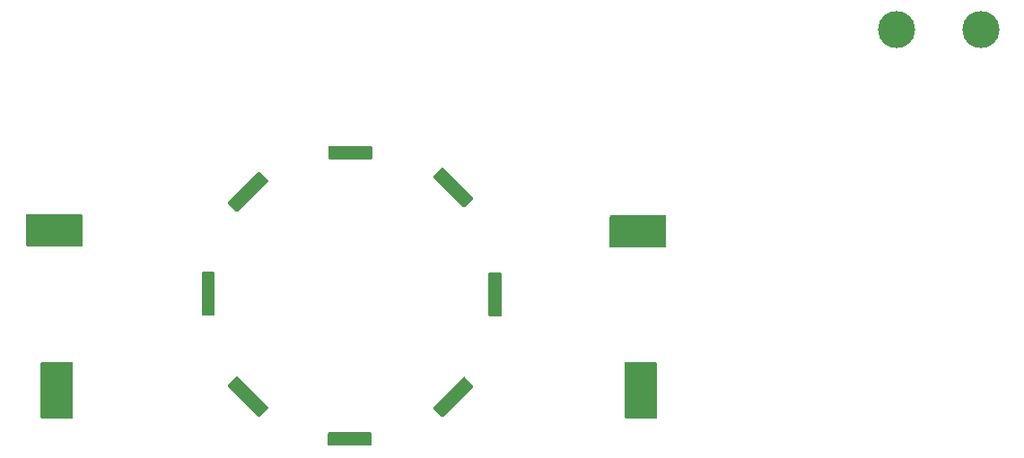
<source format=gbs>
G04 #@! TF.GenerationSoftware,KiCad,Pcbnew,(5.99.0-11497-g0fb864d596)*
G04 #@! TF.CreationDate,2021-08-10T19:57:59-04:00*
G04 #@! TF.ProjectId,K40-LED_PCB,4b34302d-4c45-4445-9f50-43422e6b6963,rev?*
G04 #@! TF.SameCoordinates,Original*
G04 #@! TF.FileFunction,Soldermask,Bot*
G04 #@! TF.FilePolarity,Negative*
%FSLAX46Y46*%
G04 Gerber Fmt 4.6, Leading zero omitted, Abs format (unit mm)*
G04 Created by KiCad (PCBNEW (5.99.0-11497-g0fb864d596)) date 2021-08-10 19:57:59*
%MOMM*%
%LPD*%
G01*
G04 APERTURE LIST*
%ADD10C,0.400000*%
%ADD11C,3.500000*%
%ADD12C,0.300000*%
G04 APERTURE END LIST*
D10*
X90928200Y-136020366D03*
X91528200Y-136020366D03*
X89728200Y-135320866D03*
X90328200Y-136020366D03*
X89128200Y-136020366D03*
X92128200Y-136020366D03*
X89128200Y-135320866D03*
X92728200Y-135320866D03*
X91528200Y-135320866D03*
X90928200Y-135320866D03*
X89728200Y-136020366D03*
X90328200Y-135320866D03*
X92728200Y-136020366D03*
X92128200Y-135320866D03*
D11*
X142500000Y-97000000D03*
X150500000Y-97000000D03*
D10*
X81922016Y-111224960D03*
X80719581Y-113416637D03*
X80295317Y-113840901D03*
X82416637Y-111719581D03*
X81497752Y-111649224D03*
X81992373Y-112143845D03*
X80649224Y-112497752D03*
X82840901Y-111295317D03*
X81568109Y-112568109D03*
X79800696Y-113346280D03*
X82346280Y-110800695D03*
X80224960Y-112922016D03*
X81073488Y-112073488D03*
X81143845Y-112992373D03*
X77225500Y-120155127D03*
X77925000Y-120755127D03*
X77925000Y-121355127D03*
X77225500Y-121955127D03*
X77925000Y-121955127D03*
X77925000Y-122555127D03*
X77925000Y-123155127D03*
X77225500Y-122555127D03*
X77225500Y-121355127D03*
X77225500Y-123755127D03*
X77925000Y-120155127D03*
X77225500Y-123155127D03*
X77925000Y-123755127D03*
X77225500Y-120755127D03*
X104275000Y-123200000D03*
X104974500Y-120800000D03*
X104275000Y-121400000D03*
X104275000Y-120800000D03*
X104974500Y-121400000D03*
X104974500Y-123800000D03*
X104275000Y-123800000D03*
X104974500Y-123200000D03*
X104974500Y-122600000D03*
X104275000Y-120200000D03*
X104275000Y-122600000D03*
X104275000Y-122000000D03*
X104974500Y-120200000D03*
X104974500Y-122000000D03*
D12*
X64990000Y-115300000D03*
X62390000Y-116600000D03*
X61090000Y-115300000D03*
X63690000Y-116600000D03*
X61090000Y-116600000D03*
X62390000Y-115300000D03*
X64990000Y-116600000D03*
X63690000Y-115300000D03*
X63950000Y-133014000D03*
X62650000Y-130414000D03*
X63950000Y-131714000D03*
X62650000Y-131714000D03*
X62650000Y-133014000D03*
X62650000Y-129114000D03*
X63950000Y-130414000D03*
X63950000Y-129114000D03*
X119014000Y-133014000D03*
X119014000Y-130414000D03*
X117714000Y-130414000D03*
X119014000Y-131714000D03*
X117714000Y-131714000D03*
X119014000Y-129114000D03*
X117714000Y-129114000D03*
X117714000Y-133014000D03*
D10*
X100926512Y-111640845D03*
X101280419Y-112983994D03*
X102199305Y-112913637D03*
X100856155Y-112559730D03*
X99653720Y-110368053D03*
X101704683Y-113408258D03*
X101350776Y-112065109D03*
X100502248Y-111216581D03*
X100007627Y-111711202D03*
X99159099Y-110862674D03*
X100431891Y-112135466D03*
X100077984Y-110792317D03*
X99583363Y-111286938D03*
X101775040Y-112489373D03*
X82840901Y-132704683D03*
X80224960Y-131077984D03*
X81073488Y-131926512D03*
X81992373Y-131856155D03*
X81497752Y-132350776D03*
X80719581Y-130583363D03*
X80649224Y-131502248D03*
X80295317Y-130159099D03*
X81922016Y-132775040D03*
X79800695Y-130653720D03*
X81143845Y-131007627D03*
X81568109Y-131431891D03*
X82416637Y-132280419D03*
X82346280Y-133199304D03*
X102199304Y-130653720D03*
X100007627Y-131856155D03*
X100431891Y-131431891D03*
X99159099Y-132704683D03*
X99653720Y-133199305D03*
X101350776Y-131502248D03*
X100856155Y-131007627D03*
X100502248Y-132350776D03*
X101775040Y-131077984D03*
X99583363Y-132280419D03*
X100926512Y-131926512D03*
X101280419Y-130583363D03*
X101704683Y-130159099D03*
X100077984Y-132775040D03*
X92161200Y-108273700D03*
X92161200Y-108973200D03*
X91561200Y-108973200D03*
X92761200Y-108273700D03*
X89761200Y-108973200D03*
X92761200Y-108973200D03*
X89161200Y-108973200D03*
X91561200Y-108273700D03*
X89161200Y-108273700D03*
X90961200Y-108973200D03*
X90961200Y-108273700D03*
X90361200Y-108273700D03*
X89761200Y-108273700D03*
X90361200Y-108973200D03*
D12*
X117454000Y-115428000D03*
X117454000Y-116728000D03*
X120054000Y-116728000D03*
X116154000Y-116728000D03*
X118754000Y-116728000D03*
X118754000Y-115428000D03*
X116154000Y-115428000D03*
X120054000Y-115428000D03*
G36*
X92917121Y-135070002D02*
G01*
X92963614Y-135123658D01*
X92975000Y-135176000D01*
X92975000Y-136174000D01*
X92954998Y-136242121D01*
X92901342Y-136288614D01*
X92849000Y-136300000D01*
X88976000Y-136300000D01*
X88907879Y-136279998D01*
X88861386Y-136226342D01*
X88850000Y-136174000D01*
X88850000Y-135176000D01*
X88870002Y-135107879D01*
X88923658Y-135061386D01*
X88976000Y-135050000D01*
X92849000Y-135050000D01*
X92917121Y-135070002D01*
G37*
G36*
X78142121Y-119920002D02*
G01*
X78188614Y-119973658D01*
X78200000Y-120026000D01*
X78200000Y-123899000D01*
X78179998Y-123967121D01*
X78126342Y-124013614D01*
X78074000Y-124025000D01*
X77076000Y-124025000D01*
X77007879Y-124004998D01*
X76961386Y-123951342D01*
X76950000Y-123899000D01*
X76950000Y-120026000D01*
X76970002Y-119957879D01*
X77023658Y-119911386D01*
X77076000Y-119900000D01*
X78074000Y-119900000D01*
X78142121Y-119920002D01*
G37*
G36*
X99694032Y-110010134D02*
G01*
X99739095Y-110039095D01*
X102535905Y-112835905D01*
X102569931Y-112898217D01*
X102564866Y-112969032D01*
X102535905Y-113014095D01*
X101789095Y-113760905D01*
X101726783Y-113794931D01*
X101655968Y-113789866D01*
X101610905Y-113760905D01*
X98814095Y-110964095D01*
X98780069Y-110901783D01*
X98785134Y-110830968D01*
X98814095Y-110785905D01*
X99560905Y-110039095D01*
X99623217Y-110005069D01*
X99694032Y-110010134D01*
G37*
G36*
X119830121Y-128417002D02*
G01*
X119876614Y-128470658D01*
X119888000Y-128523000D01*
X119888000Y-133605000D01*
X119867998Y-133673121D01*
X119814342Y-133719614D01*
X119762000Y-133731000D01*
X116966000Y-133731000D01*
X116897879Y-133710998D01*
X116851386Y-133657342D01*
X116840000Y-133605000D01*
X116840000Y-128523000D01*
X116860002Y-128454879D01*
X116913658Y-128408386D01*
X116966000Y-128397000D01*
X119762000Y-128397000D01*
X119830121Y-128417002D01*
G37*
G36*
X64755121Y-128420002D02*
G01*
X64801614Y-128473658D01*
X64813000Y-128526000D01*
X64813000Y-133608000D01*
X64792998Y-133676121D01*
X64739342Y-133722614D01*
X64687000Y-133734000D01*
X61891000Y-133734000D01*
X61822879Y-133713998D01*
X61776386Y-133660342D01*
X61765000Y-133608000D01*
X61765000Y-128526000D01*
X61785002Y-128457879D01*
X61838658Y-128411386D01*
X61891000Y-128400000D01*
X64687000Y-128400000D01*
X64755121Y-128420002D01*
G37*
G36*
X92967121Y-108020002D02*
G01*
X93013614Y-108073658D01*
X93025000Y-108126000D01*
X93025000Y-109124000D01*
X93004998Y-109192121D01*
X92951342Y-109238614D01*
X92899000Y-109250000D01*
X89026000Y-109250000D01*
X88957879Y-109229998D01*
X88911386Y-109176342D01*
X88900000Y-109124000D01*
X88900000Y-108126000D01*
X88920002Y-108057879D01*
X88973658Y-108011386D01*
X89026000Y-108000000D01*
X92899000Y-108000000D01*
X92967121Y-108020002D01*
G37*
G36*
X101744032Y-129810134D02*
G01*
X101789095Y-129839095D01*
X102535905Y-130585905D01*
X102569931Y-130648217D01*
X102564866Y-130719032D01*
X102535905Y-130764095D01*
X99739095Y-133560905D01*
X99676783Y-133594931D01*
X99605968Y-133589866D01*
X99560905Y-133560905D01*
X98814095Y-132814095D01*
X98780069Y-132751783D01*
X98785134Y-132680968D01*
X98814095Y-132635905D01*
X101610905Y-129839095D01*
X101673217Y-129805069D01*
X101744032Y-129810134D01*
G37*
G36*
X105192121Y-119970002D02*
G01*
X105238614Y-120023658D01*
X105250000Y-120076000D01*
X105250000Y-123949000D01*
X105229998Y-124017121D01*
X105176342Y-124063614D01*
X105124000Y-124075000D01*
X104126000Y-124075000D01*
X104057879Y-124054998D01*
X104011386Y-124001342D01*
X104000000Y-123949000D01*
X104000000Y-120076000D01*
X104020002Y-120007879D01*
X104073658Y-119961386D01*
X104126000Y-119950000D01*
X105124000Y-119950000D01*
X105192121Y-119970002D01*
G37*
G36*
X120719121Y-114574002D02*
G01*
X120765614Y-114627658D01*
X120777000Y-114680000D01*
X120777000Y-117476000D01*
X120756998Y-117544121D01*
X120703342Y-117590614D01*
X120651000Y-117602000D01*
X115569000Y-117602000D01*
X115500879Y-117581998D01*
X115454386Y-117528342D01*
X115443000Y-117476000D01*
X115443000Y-114680000D01*
X115463002Y-114611879D01*
X115516658Y-114565386D01*
X115569000Y-114554000D01*
X120651000Y-114554000D01*
X120719121Y-114574002D01*
G37*
G36*
X82394032Y-110435134D02*
G01*
X82439095Y-110464095D01*
X83185905Y-111210905D01*
X83219931Y-111273217D01*
X83214866Y-111344032D01*
X83185905Y-111389095D01*
X80389095Y-114185905D01*
X80326783Y-114219931D01*
X80255968Y-114214866D01*
X80210905Y-114185905D01*
X79464095Y-113439095D01*
X79430069Y-113376783D01*
X79435134Y-113305968D01*
X79464095Y-113260905D01*
X82260905Y-110464095D01*
X82323217Y-110430069D01*
X82394032Y-110435134D01*
G37*
G36*
X65651121Y-114445002D02*
G01*
X65697614Y-114498658D01*
X65709000Y-114551000D01*
X65709000Y-117347000D01*
X65688998Y-117415121D01*
X65635342Y-117461614D01*
X65583000Y-117473000D01*
X60501000Y-117473000D01*
X60432879Y-117452998D01*
X60386386Y-117399342D01*
X60375000Y-117347000D01*
X60375000Y-114551000D01*
X60395002Y-114482879D01*
X60448658Y-114436386D01*
X60501000Y-114425000D01*
X65583000Y-114425000D01*
X65651121Y-114445002D01*
G37*
G36*
X80344032Y-129785134D02*
G01*
X80389095Y-129814095D01*
X83185905Y-132610905D01*
X83219931Y-132673217D01*
X83214866Y-132744032D01*
X83185905Y-132789095D01*
X82439095Y-133535905D01*
X82376783Y-133569931D01*
X82305968Y-133564866D01*
X82260905Y-133535905D01*
X79464095Y-130739095D01*
X79430069Y-130676783D01*
X79435134Y-130605968D01*
X79464095Y-130560905D01*
X80210905Y-129814095D01*
X80273217Y-129780069D01*
X80344032Y-129785134D01*
G37*
M02*

</source>
